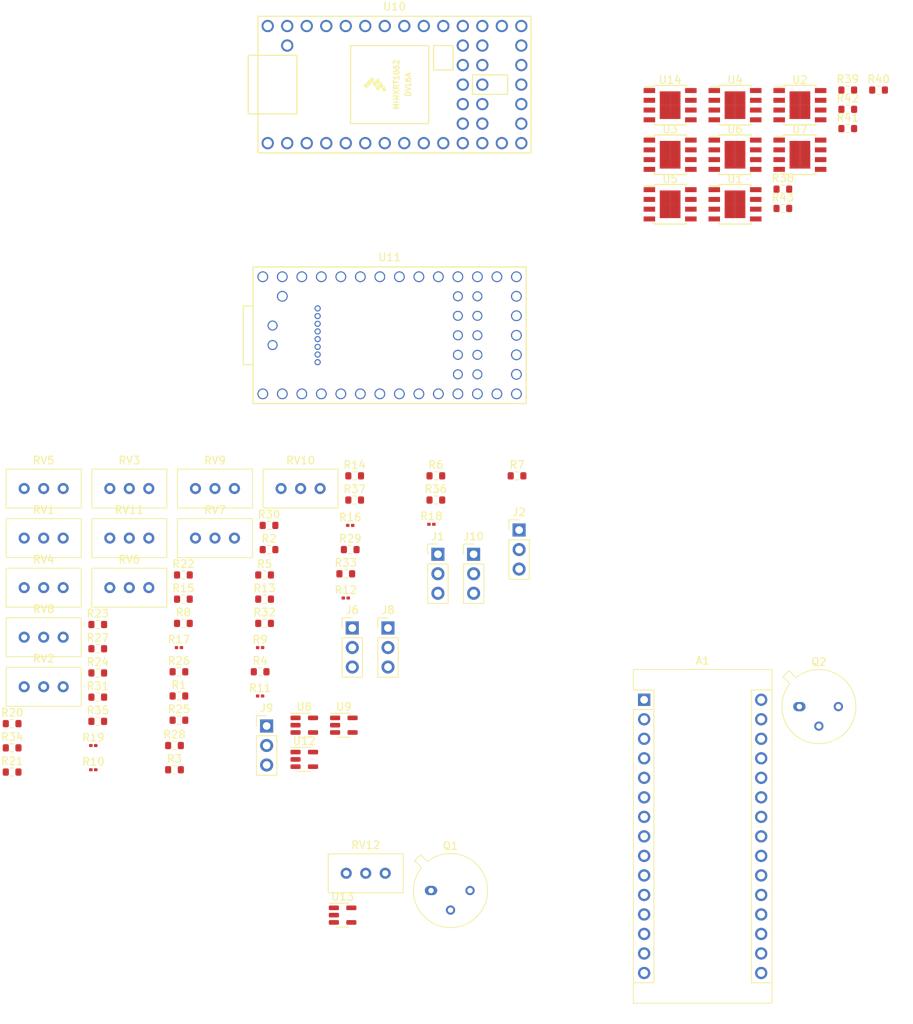
<source format=kicad_pcb>
(kicad_pcb (version 20211014) (generator pcbnew)
  (layers (0 "F.Cu" signal) (31 "B.Cu" signal) (34 "B.Paste" user) (35 "F.Paste" user) (36 "B.SilkS" user "B.Silkscreen") (37 "F.SilkS" user "F.Silkscreen") (38 "B.Mask" user) (39 "F.Mask" user) (44 "Edge.Cuts" user))
  (net 0 "")
  (net 1 "Net-(J1-Pad1)")
  (net 2 "GND")
  (net 3 "Net-(J1-Pad3)")
  (net 4 "Net-(J2-Pad1)")
  (net 5 "Net-(J2-Pad3)")
  (net 6 "Net-(J6-Pad1)")
  (net 7 "Net-(J6-Pad3)")
  (net 8 "Net-(FB3-Pad2)")
  (net 9 "Net-(FB2-Pad1)")
  (net 10 "Net-(FB1-Pad2)")
  (net 11 "Net-(U5-Pad7)")
  (net 12 "Net-(U1-Pad7)")
  (net 13 "Net-(U5-Pad1)")
  (net 14 "Net-(U4-Pad7)")
  (net 15 "Net-(R1-Pad1)")
  (net 16 "Net-(R1-Pad2)")
  (net 17 "Net-(R2-Pad1)")
  (net 18 "Net-(R2-Pad2)")
  (net 19 "Net-(R3-Pad1)")
  (net 20 "Net-(R3-Pad2)")
  (net 21 "Net-(R4-Pad1)")
  (net 22 "Net-(R4-Pad2)")
  (net 23 "Net-(R5-Pad2)")
  (net 24 "Net-(R11-Pad1)")
  (net 25 "Net-(R10-Pad1)")
  (net 26 "Net-(R10-Pad2)")
  (net 27 "Net-(R11-Pad2)")
  (net 28 "Net-(R12-Pad1)")
  (net 29 "Net-(R13-Pad1)")
  (net 30 "Net-(R14-Pad1)")
  (net 31 "+3V3")
  (net 32 "Net-(U1-Pad3)")
  (net 33 "Net-(R17-Pad2)")
  (net 34 "Net-(U4-Pad3)")
  (net 35 "Net-(R19-Pad1)")
  (net 36 "Net-(U4-Pad2)")
  (net 37 "Net-(U1-Pad2)")
  (net 38 "Net-(U1-Pad5)")
  (net 39 "Net-(U1-Pad1)")
  (net 40 "Net-(U1-Pad6)")
  (net 41 "Net-(U5-Pad5)")
  (net 42 "Net-(U5-Pad6)")
  (net 43 "Net-(U4-Pad5)")
  (net 44 "Net-(U4-Pad1)")
  (net 45 "Net-(U4-Pad6)")
  (net 46 "Net-(U5-Pad3)")
  (net 47 "Net-(U5-Pad2)")
  (net 48 "+15V")
  (net 49 "-15V")
  (net 50 "+5V")
  (net 51 "Net-(RV3-Pad2)")
  (net 52 "Net-(RV4-Pad2)")
  (net 53 "Net-(J5-Pad4)")
  (net 54 "Net-(J5-Pad2)")
  (net 55 "Net-(RV7-Pad2)")
  (net 56 "Net-(J3-Pad15)")
  (net 57 "Net-(J4-Pad4)")
  (net 58 "Net-(J3-Pad7)")
  (net 59 "Net-(J7-Pad2)")
  (net 60 "Net-(U10-Pad2)")
  (net 61 "Net-(U10-Pad3)")
  (net 62 "Net-(J3-Pad32)")
  (net 63 "Net-(J3-Pad33)")
  (net 64 "Net-(U10-Pad9)")
  (net 65 "Net-(U10-Pad10)")
  (net 66 "Net-(U10-Pad11)")
  (net 67 "Net-(J3-Pad24)")
  (net 68 "Net-(J3-Pad21)")
  (net 69 "Net-(U10-Pad15)")
  (net 70 "Net-(U10-Pad16)")
  (net 71 "Net-(J3-Pad29)")
  (net 72 "Net-(U10-Pad19)")
  (net 73 "Net-(J3-Pad23)")
  (net 74 "Net-(U10-Pad21)")
  (net 75 "Net-(U10-Pad22)")
  (net 76 "Net-(U10-Pad23)")
  (net 77 "Net-(U10-Pad24)")
  (net 78 "Net-(U10-Pad25)")
  (net 79 "Net-(U10-Pad26)")
  (net 80 "Net-(U10-Pad27)")
  (net 81 "Net-(U10-Pad28)")
  (net 82 "Net-(U10-Pad29)")
  (net 83 "Net-(U10-Pad30)")
  (net 84 "Net-(U10-Pad31)")
  (net 85 "Net-(U10-Pad34)")
  (net 86 "Net-(U10-Pad35)")
  (net 87 "Net-(U10-Pad36)")
  (net 88 "Net-(U10-Pad37)")
  (net 89 "Net-(U10-Pad38)")
  (net 90 "Net-(U10-Pad39)")
  (net 91 "Net-(U10-Pad40)")
  (net 92 "Net-(U10-Pad41)")
  (net 93 "Net-(U10-Pad42)")
  (net 94 "Net-(U10-Pad43)")
  (net 95 "Net-(U10-Pad44)")
  (net 96 "Net-(U10-Pad45)")
  (net 97 "Net-(U10-Pad46)")
  (net 98 "Net-(U10-Pad48)")
  (net 99 "Net-(U10-Pad49)")
  (net 100 "Net-(U10-Pad50)")
  (net 101 "Net-(U10-Pad51)")
  (net 102 "Net-(U10-Pad52)")
  (net 103 "Net-(U10-Pad53)")
  (net 104 "Net-(U10-Pad54)")
  (net 105 "Net-(Q1-Pad2)")
  (net 106 "Net-(U10-Pad18)")
  (net 107 "LED_trigger")
  (net 108 "Net-(RV12-Pad2)")
  (net 109 "PWM_DAC")
  (net 110 "Net-(J3-Pad19)")
  (net 111 "Net-(R38-Pad1)")
  (net 112 "Net-(C5-Pad2)")
  (net 113 "Net-(R40-Pad2)")
  (net 114 "Net-(C6-Pad1)")
  (net 115 "Net-(C7-Pad1)")
  (net 116 "Net-(J12-Pad2)")
  (net 123 "Net-(A1-Pad5)")
  (net 125 "Net-(A1-Pad7)")
  (net 147 "Net-(Q2-Pad2)")
  (footprint "Resistor_SMD:R_0603_1608Metric" (layer "F.Cu") (at 76.51 130.67)
    (fp_text reference "R5" (at 0 -1.43) (layer "F.SilkS"))
    (fp_text value "1k")
    (pad "1" smd roundrect (at -0.825 0) (size 0.8 0.95) (layers "F.Cu" "F.Paste" "F.Mask") (net 16 "Net-(R1-Pad2)"))
    (pad "2" smd roundrect (at 0.825 0) (size 0.8 0.95) (layers "F.Cu" "F.Paste" "F.Mask") (net 23 "Net-(R5-Pad2)"))
  )
  (footprint "Resistor_SMD:R_0603_1608Metric" (layer "F.Cu") (at 43.64 153.17)
    (fp_text reference "R34" (at 0 -1.43) (layer "F.SilkS"))
    (fp_text value "1k")
    (pad "1" smd roundrect (at -0.825 0) (size 0.8 0.95) (layers "F.Cu" "F.Paste" "F.Mask") (net 40 "Net-(U1-Pad6)"))
    (pad "2" smd roundrect (at 0.825 0) (size 0.8 0.95) (layers "F.Cu" "F.Paste" "F.Mask") (net 12 "Net-(U1-Pad7)"))
  )
  (footprint "Resistor_SMD:R_0603_1608Metric" (layer "F.Cu") (at 88.24 117.77)
    (fp_text reference "R14" (at 0 -1.43) (layer "F.SilkS"))
    (fp_text value "1k")
    (pad "1" smd roundrect (at -0.825 0) (size 0.8 0.95) (layers "F.Cu" "F.Paste" "F.Mask") (net 30 "Net-(R14-Pad1)"))
    (pad "2" smd roundrect (at 0.825 0) (size 0.8 0.95) (layers "F.Cu" "F.Paste" "F.Mask") (net 2 "GND"))
  )
  (footprint "Resistor_SMD:R_0603_1608Metric" (layer "F.Cu") (at 64.78 152.87)
    (fp_text reference "R28" (at 0 -1.43) (layer "F.SilkS"))
    (fp_text value "1k")
    (pad "1" smd roundrect (at -0.825 0) (size 0.8 0.95) (layers "F.Cu" "F.Paste" "F.Mask") (net 2 "GND"))
    (pad "2" smd roundrect (at 0.825 0) (size 0.8 0.95) (layers "F.Cu" "F.Paste" "F.Mask") (net 43 "Net-(U4-Pad5)"))
  )
  (footprint "Package_SO:Diodes_PSOP-8" (layer "F.Cu") (at 129.31 69.53)
    (fp_text reference "U14" (at 0 -3.3) (layer "F.SilkS"))
    (fp_text value "LM393")
    (pad "1" smd rect (at -2.7 -1.905) (size 1.5 0.65) (layers "F.Cu" "F.Paste" "F.Mask") (net 115 "Net-(C7-Pad1)"))
    (pad "2" smd rect (at -2.7 -0.635) (size 1.5 0.65) (layers "F.Cu" "F.Paste" "F.Mask") (net 115 "Net-(C7-Pad1)"))
    (pad "3" smd rect (at -2.7 0.635) (size 1.5 0.65) (layers "F.Cu" "F.Paste" "F.Mask") (net 114 "Net-(C6-Pad1)"))
    (pad "4" smd rect (at -2.7 1.905) (size 1.5 0.65) (layers "F.Cu" "F.Paste" "F.Mask") (net 49 "-15V"))
    (pad "5" smd rect (at 2.7 1.905) (size 1.5 0.65) (layers "F.Cu" "F.Paste" "F.Mask"))
    (pad "6" smd rect (at 2.7 0.635) (size 1.5 0.65) (layers "F.Cu" "F.Paste" "F.Mask"))
    (pad "7" smd rect (at 2.7 -0.635) (size 1.5 0.65) (layers "F.Cu" "F.Paste" "F.Mask"))
    (pad "8" smd rect (at 2.7 -1.905) (size 1.5 0.65) (layers "F.Cu" "F.Paste" "F.Mask") (net 48 "+15V"))
    (pad "9" smd rect (at -0.675 0.9) (size 1.35 1.8) (layers "F.Cu" "F.Paste" "F.Mask"))
    (pad "9" smd rect (at 0.675 0.9) (size 1.35 1.8) (layers "F.Cu" "F.Paste" "F.Mask"))
    (pad "9" smd rect (at 0.675 -0.9) (size 1.35 1.8) (layers "F.Cu" "F.Paste" "F.Mask"))
    (pad "9" smd rect (at -0.675 -0.9) (size 1.35 1.8) (layers "F.Cu" "F.Paste" "F.Mask"))
  )
  (footprint "Package_SO:Diodes_PSOP-8" (layer "F.Cu") (at 137.76 75.98)
    (fp_text reference "U6" (at 0 -3.3) (layer "F.SilkS"))
    (fp_text value "LM393")
    (pad "1" smd rect (at -2.7 -1.905) (size 1.5 0.65) (layers "F.Cu" "F.Paste" "F.Mask") (net 23 "Net-(R5-Pad2)"))
    (pad "2" smd rect (at -2.7 -0.635) (size 1.5 0.65) (layers "F.Cu" "F.Paste" "F.Mask") (net 18 "Net-(R2-Pad2)"))
    (pad "3" smd rect (at -2.7 0.635) (size 1.5 0.65) (layers "F.Cu" "F.Paste" "F.Mask") (net 16 "Net-(R1-Pad2)"))
    (pad "4" smd rect (at -2.7 1.905) (size 1.5 0.65) (layers "F.Cu" "F.Paste" "F.Mask") (net 49 "-15V"))
    (pad "5" smd rect (at 2.7 1.905) (size 1.5 0.65) (layers "F.Cu" "F.Paste" "F.Mask") (net 20 "Net-(R3-Pad2)"))
    (pad "6" smd rect (at 2.7 0.635) (size 1.5 0.65) (layers "F.Cu" "F.Paste" "F.Mask") (net 22 "Net-(R4-Pad2)"))
    (pad "7" smd rect (at 2.7 -0.635) (size 1.5 0.65) (layers "F.Cu" "F.Paste" "F.Mask") (net 24 "Net-(R11-Pad1)"))
    (pad "8" smd rect (at 2.7 -1.905) (size 1.5 0.65) (layers "F.Cu" "F.Paste" "F.Mask") (net 48 "+15V"))
    (pad "9" smd rect (at 0.675 -0.9) (size 1.35 1.8) (layers "F.Cu" "F.Paste" "F.Mask"))
    (pad "9" smd rect (at -0.675 0.9) (size 1.35 1.8) (layers "F.Cu" "F.Paste" "F.Mask"))
    (pad "9" smd rect (at -0.675 -0.9) (size 1.35 1.8) (layers "F.Cu" "F.Paste" "F.Mask"))
    (pad "9" smd rect (at 0.675 0.9) (size 1.35 1.8) (layers "F.Cu" "F.Paste" "F.Mask"))
  )
  (footprint "Resistor_SMD:R_0603_1608Metric" (layer "F.Cu") (at 54.79 149.72)
    (fp_text reference "R35" (at 0 -1.43) (layer "F.SilkS"))
    (fp_text value "1k")
    (pad "1" smd roundrect (at -0.825 0) (size 0.8 0.95) (layers "F.Cu" "F.Paste" "F.Mask") (net 42 "Net-(U5-Pad6)"))
    (pad "2" smd roundrect (at 0.825 0) (size 0.8 0.95) (layers "F.Cu" "F.Paste" "F.Mask") (net 11 "Net-(U5-Pad7)"))
  )
  (footprint "Resistor_SMD:R_0201_0603Metric" (layer "F.Cu") (at 87.66 124.22)
    (fp_text reference "R16" (at 0 -1.05) (layer "F.SilkS"))
    (fp_text value "12k")
    (pad "1" smd roundrect (at -0.32 0) (size 0.46 0.4) (layers "F.Cu" "F.Mask") (net 6 "Net-(J6-Pad1)"))
    (pad "2" smd roundrect (at 0.32 0) (size 0.46 0.4) (layers "F.Cu" "F.Mask") (net 32 "Net-(U1-Pad3)"))
  )
  (footprint "Potentiometer_THT:Potentiometer_Bourns_3296W_Vertical" (layer "F.Cu") (at 50.29 138.77)
    (fp_text reference "RV8" (at -2.54 -3.66) (layer "F.SilkS"))
    (fp_text value "50k")
    (pad "1" thru_hole circle (at 0 0) (size 1.44 1.44) (drill 0.8) (layers *.Cu *.Mask) (net 48 "+15V"))
    (pad "2" thru_hole circle (at -2.54 0) (size 1.44 1.44) (drill 0.8) (layers *.Cu *.Mask) (net 33 "Net-(R17-Pad2)"))
    (pad "3" thru_hole circle (at -5.08 0) (size 1.44 1.44) (drill 0.8) (layers *.Cu *.Mask) (net 49 "-15V"))
  )
  (footprint "Package_TO_SOT_SMD:SOT-23-5" (layer "F.Cu") (at 86.83 150.22)
    (fp_text reference "U9" (at 0 -2.4) (layer "F.SilkS"))
    (fp_text value "TLV3201")
    (pad "1" smd roundrect (at -1.1375 -0.95) (size 1.325 0.6) (layers "F.Cu" "F.Paste" "F.Mask") (net 52 "Net-(RV4-Pad2)"))
    (pad "2" smd roundrect (at -1.1375 0) (size 1.325 0.6) (layers "F.Cu" "F.Paste" "F.Mask") (net 2 "GND"))
    (pad "3" smd roundrect (at -1.1375 0.95) (size 1.325 0.6) (layers "F.Cu" "F.Paste" "F.Mask") (net 107 "LED_trigger"))
    (pad "4" smd roundrect (at 1.1375 0.95) (size 1.325 0.6) (layers "F.Cu" "F.Paste" "F.Mask") (net 58 "Net-(J3-Pad7)"))
    (pad "5" smd roundrect (at 1.1375 -0.95) (size 1.325 0.6) (layers "F.Cu" "F.Paste" "F.Mask") (net 31 "+3V3"))
  )
  (footprint "Potentiometer_THT:Potentiometer_Bourns_3296W_Vertical" (layer "F.Cu") (at 92.22 169.49)
    (fp_text reference "RV12" (at -2.54 -3.66) (layer "F.SilkS"))
    (fp_text value "50k")
    (pad "1" thru_hole circle (at 0 0) (size 1.44 1.44) (drill 0.8) (layers *.Cu *.Mask) (net 50 "+5V"))
    (pad "2" thru_hole circle (at -2.54 0) (size 1.44 1.44) (drill 0.8) (layers *.Cu *.Mask) (net 108 "Net-(RV12-Pad2)"))
    (pad "3" thru_hole circle (at -5.08 0) (size 1.44 1.44) (drill 0.8) (layers *.Cu *.Mask) (net 2 "GND"))
  )
  (footprint "Resistor_SMD:R_0201_0603Metric" (layer "F.Cu") (at 75.93 146.42)
    (fp_text reference "R11" (at 0 -1.05) (layer "F.SilkS"))
    (fp_text value "12k")
    (pad "1" smd roundrect (at -0.32 0) (size 0.46 0.4) (layers "F.Cu" "F.Mask") (net 24 "Net-(R11-Pad1)"))
    (pad "2" smd roundrect (at 0.32 0) (size 0.46 0.4) (layers "F.Cu" "F.Mask") (net 27 "Net-(R11-Pad2)"))
  )
  (footprint "Connector_PinHeader_2.54mm:PinHeader_1x03_P2.54mm_Vertical" (layer "F.Cu") (at 92.58 137.57)
    (fp_text reference "J8" (at 0 -2.33) (layer "F.SilkS"))
    (fp_text value "Conn_01x03_Male_Power")
    (pad "1" thru_hole rect (at 0 0) (size 1.7 1.7) (drill 1) (layers *.Cu *.Mask) (net 8 "Net-(FB3-Pad2)"))
    (pad "2" thru_hole oval (at 0 2.54) (size 1.7 1.7) (drill 1) (layers *.Cu *.Mask) (net 9 "Net-(FB2-Pad1)"))
    (pad "3" thru_hole oval (at 0 5.08) (size 1.7 1.7) (drill 1) (layers *.Cu *.Mask) (net 10 "Net-(FB1-Pad2)"))
  )
  (footprint "Potentiometer_THT:Potentiometer_Bourns_3296W_Vertical" (layer "F.Cu") (at 50.29 125.87)
    (fp_text reference "RV1" (at -2.54 -3.66) (layer "F.SilkS"))
    (fp_text value "50k")
    (pad "1" thru_hole circle (at 0 0) (size 1.44 1.44) (drill 0.8) (layers *.Cu *.Mask) (net 48 "+15V"))
    (pad "2" thru_hole circle (at -2.54 0) (size 1.44 1.44) (drill 0.8) (layers *.Cu *.Mask) (net 26 "Net-(R10-Pad2)"))
    (pad "3" thru_hole circle (at -5.08 0) (size 1.44 1.44) (drill 0.8) (layers *.Cu *.Mask) (net 49 "-15V"))
  )
  (footprint "Potentiometer_THT:Potentiometer_Bourns_3296W_Vertical" (layer "F.Cu") (at 83.74 119.42)
    (fp_text reference "RV10" (at -2.54 -3.66) (layer "F.SilkS"))
    (fp_text value "50k")
    (pad "1" thru_hole circle (at 0 0) (size 1.44 1.44) (drill 0.8) (layers *.Cu *.Mask) (net 37 "Net-(U1-Pad2)"))
    (pad "2" thru_hole circle (at -2.54 0) (size 1.44 1.44) (drill 0.8) (layers *.Cu *.Mask) (net 39 "Net-(U1-Pad1)"))
    (pad "3" thru_hole circle (at -5.08 0) (size 1.44 1.44) (drill 0.8) (layers *.Cu *.Mask) (net 39 "Net-(U1-Pad1)"))
  )
  (footprint "Resistor_SMD:R_0603_1608Metric" (layer "F.Cu") (at 76.51 136.97)
    (fp_text reference "R32" (at 0 -1.43) (layer "F.SilkS"))
    (fp_text value "1k")
    (pad "1" smd roundrect (at -0.825 0) (size 0.8 0.95) (layers "F.Cu" "F.Paste" "F.Mask") (net 2 "GND"))
    (pad "2" smd roundrect (at 0.825 0) (size 0.8 0.95) (layers "F.Cu" "F.Paste" "F.Mask") (net 46 "Net-(U5-Pad3)"))
  )
  (footprint "Potentiometer_THT:Potentiometer_Bourns_3296W_Vertical" (layer "F.Cu") (at 61.44 125.87)
    (fp_text reference "RV11" (at -2.54 -3.66) (layer "F.SilkS"))
    (fp_text value "50k")
    (pad "1" thru_hole circle (at 0 0) (size 1.44 1.44) (drill 0.8) (layers *.Cu *.Mask) (net 36 "Net-(U4-Pad2)"))
    (pad "2" thru_hole circle (at -2.54 0) (size 1.44 1.44) (drill 0.8) (layers *.Cu *.Mask) (net 44 "Net-(U4-Pad1)"))
    (pad "3" thru_hole circle (at -5.08 0) (size 1.44 1.44) (drill 0.8) (layers *.Cu *.Mask) (net 44 "Net-(U4-Pad1)"))
  )
  (footprint "Resistor_SMD:R_0603_1608Metric" (layer "F.Cu") (at 152.44 67.56)
    (fp_text reference "R39" (at 0 -1.43) (layer "F.SilkS"))
    (fp_text value "R_Small_US")
    (pad "1" smd roundrect (at -0.825 0) (size 0.8 0.95) (layers "F.Cu" "F.Paste" "F.Mask") (net 109 "PWM_DAC"))
    (pad "2" smd roundrect (at 0.825 0) (size 0.8 0.95) (layers "F.Cu" "F.Paste" "F.Mask") (net 112 "Net-(C5-Pad2)"))
  )
  (footprint "Package_SO:Diodes_PSOP-8" (layer "F.Cu") (at 129.31 75.98)
    (fp_text reference "U3" (at 0 -3.3) (layer "F.SilkS"))
    (fp_text value "LM393")
    (pad "1" smd rect (at -2.7 -1.905) (size 1.5 0.65) (layers "F.Cu" "F.Paste" "F.Mask") (net 19 "Net-(R3-Pad1)"))
    (pad "2" smd rect (at -2.7 -0.635) (size 1.5 0.65) (layers "F.Cu" "F.Paste" "F.Mask") (net 19 "Net-(R3-Pad1)"))
    (pad "3" smd rect (at -2.7 0.635) (size 1.5 0.65) (layers "F.Cu" "F.Paste" "F.Mask") (net 1 "Net-(J1-Pad1)"))
    (pad "4" smd rect (at -2.7 1.905) (size 1.5 0.65) (layers "F.Cu" "F.Paste" "F.Mask") (net 49 "-15V"))
    (pad "5" smd rect (at 2.7 1.905) (size 1.5 0.65) (layers "F.Cu" "F.Paste" "F.Mask") (net 3 "Net-(J1-Pad3)"))
    (pad "6" smd rect (at 2.7 0.635) (size 1.5 0.65) (layers "F.Cu" "F.Paste" "F.Mask") (net 21 "Net-(R4-Pad1)"))
    (pad "7" smd rect (at 2.7 -0.635) (size 1.5 0.65) (layers "F.Cu" "F.Paste" "F.Mask") (net 21 "Net-(R4-Pad1)"))
    (pad "8" smd rect (at 2.7 -1.905) (size 1.5 0.65) (layers "F.Cu" "F.Paste" "F.Mask") (net 48 "+15V"))
    (pad "9" smd rect (at -0.675 0.9) (size 1.35 1.8) (layers "F.Cu" "F.Paste" "F.Mask"))
    (pad "9" smd rect (at 0.675 -0.9) (size 1.35 1.8) (layers "F.Cu" "F.Paste" "F.Mask"))
    (pad "9" smd rect (at -0.675 -0.9) (size 1.35 1.8) (layers "F.Cu" "F.Paste" "F.Mask"))
    (pad "9" smd rect (at 0.675 0.9) (size 1.35 1.8) (layers "F.Cu" "F.Paste" "F.Mask"))
  )
  (footprint "Package_SO:Diodes_PSOP-8" (layer "F.Cu") (at 146.21 75.98)
    (fp_text reference "U7" (at 0 -3.3) (layer "F.SilkS"))
    (fp_text value "LM393")
    (pad "1" smd rect (at -2.7 -1.905) (size 1.5 0.65) (layers "F.Cu" "F.Paste" "F.Mask") (net 53 "Net-(J5-Pad4)"))
    (pad "2" smd rect (at -2.7 -0.635) (size 1.5 0.65) (layers "F.Cu" "F.Paste" "F.Mask") (net 30 "Net-(R14-Pad1)"))
    (pad "3" smd rect (at -2.7 0.635) (size 1.5 0.65) (layers "F.Cu" "F.Paste" "F.Mask") (net 25 "Net-(R10-Pad1)"))
    (pad "4" smd rect (at -2.7 1.905) (size 1.5 0.65) (layers "F.Cu" "F.Paste" "F.Mask") (net 49 "-15V"))
    (pad "5" smd rect (at 2.7 1.905) (size 1.5 0.65) (layers "F.Cu" "F.Paste" "F.Mask") (net 27 "Net-(R11-Pad2)"))
    (pad "6" smd rect (at 2.7 0.635) (size 1.5 0.65) (layers "F.Cu" "F.Paste" "F.Mask") (net 29 "Net-(R13-Pad1)"))
    (pad "7" smd rect (at 2.7 -0.635) (size 1.5 0.65) (layers "F.Cu" "F.Paste" "F.Mask") (net 54 "Net-(J5-Pad2)"))
    (pad "8" smd rect (at 2.7 -1.905) (size 1.5 0.65) (layers "F.Cu" "F.Paste" "F.Mask") (net 48 "+15V"))
    (pad "9" smd rect (at 0.675 0.9) (size 1.35 1.8) (layers "F.Cu" "F.Paste" "F.Mask"))
    (pad "9" smd rect (at 0.675 -0.9) (size 1.35 1.8) (layers "F.Cu" "F.Paste" "F.Mask"))
    (pad "9" smd rect (at -0.675 -0.9) (size 1.35 1.8) (layers "F.Cu" "F.Paste" "F.Mask"))
    (pad "9" smd rect (at -0.675 0.9) (size 1.35 1.8) (layers "F.Cu" "F.Paste" "F.Mask"))
  )
  (footprint "Resistor_SMD:R_0201_0603Metric" (layer "F.Cu") (at 98.23 124.07)
    (fp_text reference "R18" (at 0 -1.05) (layer "F.SilkS"))
    (fp_text value "12k")
    (pad "1" smd roundrect (at -0.32 0) (size 0.46 0.4) (layers "F.Cu" "F.Mask") (net 7 "Net-(J6-Pad3)"))
    (pad "2" smd roundrect (at 0.32 0) (size 0.46 0.4) (layers "F.Cu" "F.Mask") (net 34 "Net-(U4-Pad3)"))
  )
  (footprint "Package_SO:Diodes_PSOP-8" (layer "F.Cu") (at 137.76 82.43)
    (fp_text reference "U1" (at 0 -3.3) (layer "F.SilkS"))
    (fp_text value "LM393")
    (pad "1" smd rect (at -2.7 -1.905) (size 1.5 0.65) (layers "F.Cu" "F.Paste" "F.Mask") (net 39 "Net-(U1-Pad1)"))
    (pad "2" smd rect (at -2.7 -0.635) (size 1.5 0.65) (layers "F.Cu" "F.Paste" "F.Mask") (net 37 "Net-(U1-Pad2)"))
    (pad "3" smd rect (at -2.7 0.635) (size 1.5 0.65) (layers "F.Cu" "F.Paste" "F.Mask") (net 32 "Net-(U1-Pad3)"))
    (pad "4" smd rect (at -2.7 1.905) (size 1.5 0.65) (layers "F.Cu" "F.Paste" "F.Mask") (net 49 "-15V"))
    (pad "5" smd rect (at 2.7 1.905) (size 1.5 0.65) (layers "F.Cu" "F.Paste" "F.Mask") (net 38 "Net-(U1-Pad5)"))
    (pad "6" smd rect (at 2.7 0.635) (size 1.5 0.65) (layers "F.Cu" "F.Paste" "F.Mask") (net 40 "Net-(U1-Pad6)"))
    (pad "7" smd rect (at 2.7 -0.635) (size 1.5 0.65) (layers "F.Cu" "F.Paste" "F.Mask") (net 12 "Net-(U1-Pad7)"))
    (pad "8" smd rect (at 2.7 -1.905) (size 1.5 0.65) (layers "F.Cu" "F.Paste" "F.Mask") (net 48 "+15V"))
    (pad "9" smd rect (at 0.675 0.9) (size 1.35 1.8) (layers "F.Cu" "F.Paste" "F.Mask"))
    (pad "9" smd rect (at -0.675 -0.9) (size 1.35 1.8) (layers "F.Cu" "F.Paste" "F.Mask"))
    (pad "9" smd rect (at 0.675 -0.9) (size 1.35 1.8) (layers "F.Cu" "F.Paste" "F.Mask"))
    (pad "9" smd rect (at -0.675 0.9) (size 1.35 1.8) (layers "F.Cu" "F.Paste" "F.Mask"))
  )
  (footprint "Resistor_SMD:R_0603_1608Metric" (layer "F.Cu") (at 65.94 130.67)
    (fp_text reference "R22" (at 0 -1.43) (layer "F.SilkS"))
    (fp_text value "1k")
    (pad "1" smd roundrect (at -0.825 0) (size 0.8 0.95) (layers "F.Cu" "F.Paste" "F.Mask") (net 2 "GND"))
    (pad "2" smd roundrect (at 0.825 0) (size 0.8 0.95) (layers "F.Cu" "F.Paste" "F.Mask") (net 38 "Net-(U1-Pad5)"))
  )
  (footprint "Resistor_SMD:R_0603_1608Metric" (layer "F.Cu") (at 88.24 120.92)
    (fp_text reference "R37" (at 0 -1.43) (layer "F.SilkS"))
    (fp_text value "1k")
    (pad "1" smd roundrect (at -0.825 0) (size 0.8 0.95) (layers "F.Cu" "F.Paste" "F.Mask") (net 47 "Net-(U5-Pad2)"))
    (pad "2" smd roundrect (at 0.825 0) (size 0.8 0.95) (layers "F.Cu" "F.Paste" "F.Mask") (net 13 "Net-(U5-Pad1)"))
  )
  (footprint "Potentiometer_THT:Potentiometer_Bourns_3296W_Vertical" (layer "F.Cu") (at 72.59 119.42)
    (fp_text reference "RV9" (at -2.54 -3.66) (layer "F.SilkS"))
    (fp_text value "50k")
    (pad "1" thru_hole circle (at 0 0) (size 1.44 1.44) (drill 0.8) (layers *.Cu *.Mask) (net 48 "+15V"))
    (pad "2" thru_hole circle (at -2.54 0) (size 1.44 1.44) (drill 0.8) (layers *.Cu *.Mask) (net 35 "Net-(R19-Pad1)"))
    (pad "3" thru_hole circle (at -5.08 0) (size 1.44 1.44) (drill 0.8) (layers *.Cu *.Mask) (net 49 "-15V"))
  )
  (footprint "Potentiometer_THT:Potentiometer_Bourns_3296W_Vertical" (layer "F.Cu") (at 72.59 125.87)
    (fp_text reference "RV7" (at -2.54 -3.66) (layer "F.SilkS"))
    (fp_text value "50k")
    (pad "1" thru_hole circle (at 0 0) (size 1.44 1.44) (drill 0.8) (layers *.Cu *.Mask) (net 50 "+5V"))
    (pad "2" thru_hole circle (at -2.54 0) (size 1.44 1.44) (drill 0.8) (layers *.Cu *.Mask) (net 55 "Net-(RV7-Pad2)"))
    (pad "3" thru_hole circle (at -5.08 0) (size 1.44 1.44) (drill 0.8) (layers *.Cu *.Mask) (net 2 "GND"))
  )
  (footprint "Potentiometer_THT:Potentiometer_Bourns_3296W_Vertical" (layer "F.Cu") (at 50.29 132.32)
    (fp_text reference "RV4" (at -2.54 -3.66) (layer "F.SilkS"))
    (fp_text value "50k")
    (pad "1" thru_hole circle (at 0 0) (size 1.44 1.44) (drill 0.8) (layers *.Cu *.Mask) (net 31 "+3V3"))
    (pad "2" thru_hole circle (at -2.54 0) (size 1.44 1.44) (drill 0.8) (layers *.Cu *.Mask) (net 52 "Net-(RV4-Pad2)"))
    (pad "3" thru_hole circle (at -5.08 0) (size 1.44 1.44) (drill 0.8) (layers *.Cu *.Mask) (net 2 "GND"))
  )
  (footprint "Resistor_SMD:R_0603_1608Metric" (layer "F.Cu") (at 77.09 124.22)
    (fp_text reference "R30" (at 0 -1.43) (layer "F.SilkS"))
    (fp_text value "1k")
    (pad "1" smd roundrect (at -0.825 0) (size 0.8 0.95) (layers "F.Cu" "F.Paste" "F.Mask") (net 44 "Net-(U4-Pad1)"))
    (pad "2" smd roundrect (at 0.825 0) (size 0.8 0.95) (layers "F.Cu" "F.Paste" "F.Mask") (net 45 "Net-(U4-Pad6)"))
  )
  (footprint "Resistor_SMD:R_0603_1608Metric" (layer "F.Cu") (at 76.51 133.82)
    (fp_text reference "R13" (at 0 -1.43) (layer "F.SilkS"))
    (fp_text value "1k")
    (pad "1" smd roundrect (at -0.825 0) (size 0.8 0.95) (layers "F.Cu" "F.Paste" "F.Mask") (net 29 "Net-(R13-Pad1)"))
    (pad "2" smd roundrect (at 0.825 0) (size 0.8 0.95) (layers "F.Cu" "F.Paste" "F.Mask") (net 2 "GND"))
  )
  (footprint "Package_TO_SOT_SMD:SOT-23-5" (layer "F.Cu") (at 81.68 150.22)
    (fp_text reference "U8" (at 0 -2.4) (layer "F.SilkS"))
    (fp_text value "TLV3201")
    (pad "1" smd roundrect (at -1.1375 -0.95) (size 1.325 0.6) (layers "F.Cu" "F.Paste" "F.Mask") (net 51 "Net-(RV3-Pad2)"))
    (pad "2" smd roundrect (at -1.1375 0) (size 1.325 0.6) (layers "F.Cu" "F.Paste" "F.Mask") (net 2 "GND"))
    (pad "3" smd roundrect (at -1.1375 0.95) (size 1.325 0.6) (layers "F.Cu" "F.Paste" "F.Mask") (net 56 "Net-(J3-Pad15)"))
    (pad "4" smd roundrect (at 1.1375 0.95) (size 1.325 0.6) (layers "F.Cu" "F.Paste" "F.Mask") (net 57 "Net-(J4-Pad4)"))
    (pad "5" smd roundrect (at 1.1375 -0.95) (size 1.325 0.6) (layers "F.Cu" "F.Paste" "F.Mask") (net 50 "+5V"))
  )
  (footprint "Potentiometer_THT:Potentiometer_Bourns_3296W_Vertical" (layer "F.Cu") (at 61.44 119.42)
    (fp_text reference "RV3" (at -2.54 -3.66) (layer "F.SilkS"))
    (fp_text value "50k")
    (pad "1" thru_hole circle (at 0 0) (size 1.44 1.44) (drill 0.8) (layers *.Cu *.Mask) (net 50 "+5V"))
    (pad "2" thru_hole circle (at -2.54 0) (size 1.44 1.44) (drill 0.8) (layers *.Cu *.Mask) (net 51 "Net-(RV3-Pad2)"))
    (pad "3" thru_hole circle (at -5.08 0) (size 1.44 1.44) (drill 0.8) (layers *.Cu *.Mask) (net 2 "GND"))
  )
  (footprint "Resistor_SMD:R_0603_1608Metric" (layer "F.Cu") (at 98.81 120.92)
    (fp_text reference "R36" (at 0 -1.43) (layer "F.SilkS"))
    (fp_text value "1k")
    (pad "1" smd roundrect (at -0.825 0) (size 0.8 0.95) (layers "F.Cu" "F.Paste" "F.Mask") (net 45 "Net-(U4-Pad6)"))
    (pad "2" smd roundrect (at 0.825 0) (size 0.8 0.95) (layers "F.Cu" "F.Paste" "F.Mask") (net 14 "Net-(U4-Pad7)"))
  )
  (footprint "Connector_PinHeader_2.54mm:PinHeader_1x03_P2.54mm_Vertical" (layer "F.Cu") (at 87.93 137.57)
    (fp_text reference "J6" (at 0 -2.33) (layer "F.SilkS"))
    (fp_text value "Conn_ADC")
    (pad "1" thru_hole rect (at 0 0) (size 1.7 1.7) (drill 1) (layers *.Cu *.Mask) (net 6 "Net-(J6-Pad1)"))
    (pad "2" thru_hole oval (at 0 2.54) (size 1.7 1.7) (drill 1) (layers *.Cu *.Mask) (net 2 "GND"))
    (pad "3" thru_hole oval (at 0 5.08) (size 1.7 1.7) (drill 1) (layers *.Cu *.Mask) (net 7 "Net-(J6-Pad3)"))
  )
  (footprint "Resistor_SMD:R_0603_1608Metric" (layer "F.Cu") (at 65.94 136.97)
    (fp_text reference "R8" (at 0 -1.43) (layer "F.SilkS"))
    (fp_text value "1k")
    (pad "1" smd roundrect (at -0.825 0) (size 0.8 0.95) (layers "F.Cu" "F.Paste" "F.Mask") (net 22 "Net-(R4-Pad2)"))
    (pad "2" smd roundrect (at 0.825 0) (size 0.8 0.95) (layers "F.Cu" "F.Paste" "F.Mask") (net 2 "GND"))
  )
  (footprint "Package_SO:Diodes_PSOP-8" (layer "F.Cu") (at 137.76 69.53)
    (fp_text reference "U4" (at 0 -3.3) (layer "F.SilkS"))
    (fp_text value "LM393")
    (pad "1" smd rect (at -2.7 -1.905) (size 1.5 0.65) (layers "F.Cu" "F.Paste" "F.Mask") (net 44 "Net-(U4-Pad1)"))
    (pad "2" smd rect (at -2.7 -0.635) (size 1.5 0.65) (layers "F.Cu" "F.Paste" "F.Mask") (net 36 "Net-(U4-Pad2)"))
    (pad "3" smd rect (at -2.7 0.635) (size 1.5 0.65) (layers "F.Cu" "F.Paste" "F.Mask") (net 34 "Net-(U4-Pad3)"))
    (pad "4" smd rect (at -2.7 1.905) (size 1.5 0.65) (layers "F.Cu" "F.Paste" "F.Mask") (net 49 "-15V"))
    (pad "5" smd rect (at 2.7 1.905) (size 1.5 0.65) (layers "F.Cu" "F.Paste" "F.Mask") (net 43 "Net-(U4-Pad5)"))
    (pad "6" smd rect (at 2.7 0.635) (size 1.5 0.65) (layers "F.Cu" "F.Paste" "F.Mask") (net 45 "Net-(U4-Pad6)"))
    (pad "7" smd rect (at 2.7 -0.635) (size 1.5 0.65) (layers "F.Cu" "F.Paste" "F.Mask") (net 14 "Net-(U4-Pad7)"))
    (pad "8" smd rect (at 2.7 -1.905) (size 1.5 0.65) (layers "F.Cu" "F.Paste" "F.Mask") (net 48 "+15V"))
    (pad "9" smd rect (at 0.675 -0.9) (size 1.35 1.8) (layers "F.Cu" "F.Paste" "F.Mask"))
    (pad "9" smd rect (at -0.675 0.9) (size 1.35 1.8) (layers "F.Cu" "F.Paste" "F.Mask"))
    (pad "9" smd rect (at -0.675 -0.9) (size 1.35 1.8) (layers "F.Cu" "F.Paste" "F.Mask"))
    (pad "9" smd rect (at 0.675 0.9) (size 1.35 1.8) (layers "F.Cu" "F.Paste" "F.Mask"))
  )
  (footprint "Package_TO_SOT_THT:TO-39-3" (layer "F.Cu") (at 98.18 171.74)
    (fp_text reference "Q1" (at 2.54 -5.82) (layer "F.SilkS"))
    (fp_text value "2N2219")
    (pad "1" thru_hole oval (at 0 0) (size 1.6 1.2) (drill 0.7) (layers *.Cu *.Mask) (net 2 "GND"))
    (pad "2" thru_hole oval (at 2.54 2.54) (size 1.2 1.2) (drill 0.7) (layers *.Cu *.Mask) (net 105 "Net-(Q1-Pad2)"))
    (pad "3" thru_hole oval (at 5.08 0) (size 1.2 1.2) (drill 0.7) (layers *.Cu *.Mask) (net 106 "Net-(U10-Pad18)"))
  )
  (footprint "Potentiometer_THT:Potentiometer_Bourns_3296W_Vertical" (layer "F.Cu") (at 50.29 145.22)
    (fp_text reference "RV2" (at -2.54 -3.66) (layer "F.SilkS"))
    (fp_text value "50k")
    (pad "1" thru_hole circle (at 0 0) (size 1.44 1.44) (drill 0.8) (layers *.Cu *.Mask) (net 48 "+15V"))
    (pad "2" thru_hole circle (at -2.54 0) (size 1.44 1.44) (drill 0.8) (layers *.Cu *.Mask) (net 28 "Net-(R12-Pad1)"))
    (pad "3" thru_hole circle (at -5.08 0) (size 1.44 1.44) (drill 0.8) (layers *.Cu *.Mask) (net 49 "-15V"))
  )
  (footprint "Resistor_SMD:R_0603_1608Metric" (layer "F.Cu") (at 54.79 146.57)
    (fp_text reference "R31" (at 0 -1.43) (layer "F.SilkS"))
    (fp_text value "1k")
    (pad "1" smd roundrect (at -0.825 0) (size 0.8 0.95) (layers "F.Cu" "F.Paste" "F.Mask") (net 44 "Net-(U4-Pad1)"))
    (pad "2" smd roundrect (at 0.825 0) (size 0.8 0.95) (layers "F.Cu" "F.Paste" "F.Mask") (net 46 "Net-(U5-Pad3)"))
  )
  (footprint "Resistor_SMD:R_0201_0603Metric" (layer "F.Cu") (at 54.21 156.02)
    (fp_text reference "R10" (at 0 -1.05) (layer "F.SilkS"))
    (fp_text value "12k")
    (pad "1" smd roundrect (at -0.32 0) (size 0.46 0.4) (layers "F.Cu" "F.Mask") (net 25 "Net-(R10-Pad1)"))
    (pad "2" smd roundrect (at 0.32 0) (size 0.46 0.4) (layers "F.Cu" "F.Mask") (net 26 "Net-(R10-Pad2)"))
  )
  (footprint "Package_SO:Diodes_PSOP-8" (layer "F.Cu") (at 129.31 82.43)
    (fp_text reference "U5" (at 0 -3.3) (layer "F.SilkS"))
    (fp_text value "LM393")
    (pad "1" smd rect (at -2.7 -1.905) (size 1.5 0.65) (layers "F.Cu" "F.Paste" "F.Mask") (net 13 "Net-(U5-Pad1)"))
    (pad "2" smd rect (at -2.7 -0.635) (size 1.5 0.65) (layers "F.Cu" "F.Paste" "F.Mask") (net 47 "Net-(U5-Pad2)"))
    (pad "3" smd rect (at -2.7 0.635) (size 1.5 0.65) (layers "F.Cu" "F.Paste" "F.Mask") (net 46 "Net-(U5-Pad3)"))
    (pad "4" smd rect (at -2.7 1.905) (size 1.5 0.65) (layers "F.Cu" "F.Paste" "F.Mask") (net 49 "-15V"))
    (pad "5" smd rect (at 2.7 1.905) (size 1.5 0.65) (layers "F.Cu" "F.Paste" "F.Mask") (net 41 "Net-(U5-Pad5)"))
    (pad "6" smd rect (at 2.7 0.635) (size 1.5 0.65) (layers "F.Cu" "F.Paste" "F.Mask") (net 42 "Net-(U5-Pad6)"))
    (pad "7" smd rect (at 2.7 -0.635) (size 1.5 0.65) (layers "F.Cu" "F.Paste" "F.Mask") (net 11 "Net-(U5-Pad7)"))
    (pad "8" smd rect (at 2.7 -1.905) (size 1.5 0.65) (layers "F.Cu" "F.Paste" "F.Mask") (net 48 "+15V"))
    (pad "9" smd rect (at 0.675 0.9) (size 1.35 1.8) (layers "F.Cu" "F.Paste" "F.Mask"))
    (pad "9" smd rect (at -0.675 -0.9) (size 1.35 1.8) (layers "F.Cu" "F.Paste" "F.Mask"))
    (pad "9" smd rect (at 0.675 -0.9) (size 1.35 1.8) (layers "F.Cu" "F.Paste" "F.Mask"))
    (pad "9" smd rect (at -0.675 0.9) (size 1.35 1.8) (layers "F.Cu" "F.Paste" "F.Mask"))
  )
  (footprint "Potentiometer_THT:Potentiometer_Bourns_3296W_Vertical" (layer "F.Cu") (at 61.44 132.32)
    (fp_text reference "RV6" (at -2.54 -3.66) (layer "F.SilkS"))
    (fp_text value "50k")
    (pad "1" thru_hole circle (at 0 0) (size 1.44 1.44) (drill 0.8) (layers *.Cu *.Mask) (net 29 "Net-(R13-Pad1)"))
    (pad "2" thru_hole circle (at -2.54 0) (size 1.44 1.44) (drill 0.8) (layers *.Cu *.Mask) (net 54 "Net-(J5-Pad2)"))
    (pad "3" thru_hole circle (at -5.08 0) (size 1.44 1.44) (drill 0.8) (layers *.Cu *.Mask) (net 54 "Net-(J5-Pad2)"))
  )
  (footprint "Resistor_SMD:R_0201_0603Metric" (layer "F.Cu") (at 87.08 133.67)
    (fp_text reference "R12" (at 0 -1.05) (layer "F.SilkS"))
    (fp_text value "12k")
    (pad "1" smd roundrect (at -0.32 0) (size 0.46 0.4) (layers "F.Cu" "F.Mask") (net 28 "Net-(R12-Pad1)"))
    (pad "2" smd roundrect (at 0.32 0) (size 0.46 0.4) (layers "F.Cu" "F.Mask") (net 27 "Net-(R11-Pad2)"))
  )
  (footprint "Resistor_SMD:R_0603_1608Metric" (layer "F.Cu") (at 65.36 146.42)
    (fp_text reference "R1" (at 0 -1.43) (layer "F.SilkS"))
    (fp_text value "1k")
    (pad "1" smd roundrect (at -0.825 0) (size 0.8 0.95) (layers "F.Cu" "F.Paste" "F.Mask") (net 15 "Net-(R1-Pad1)"))
    (pad "2" smd roundrect (at 0.825 0) (size 0.8 0.95) (layers "F.Cu" "F.Paste" "F.Mask") (net 16 "Net-(R1-Pad2)"))
  )
  (footprint "Package_TO_SOT_THT:TO-39-3" (layer "F.Cu") (at 146.14 147.8)
    (fp_text reference "Q2" (at 2.54 -5.82) (layer "F.SilkS"))
    (fp_text value "2N2219")
    (pad "1" thru_hole oval (at 0 0) (size 1.6 1.2) (drill 0.7) (layers *.Cu *.Mask) (net 2 "GND"))
    (pad "2" thru_hole oval (at 2.54 2.54) (size 1.2 1.2) (drill 0.7) (layers *.Cu *.Mask) (net 147 "Net-(Q2-Pad2)"))
    (pad "3" thru_hole oval (at 5.08 0) (size 1.2 1.2) (drill 0.7) (layers *.Cu *.Mask) (net 123 "Net-(A1-Pad5)"))
  )
  (footprint "Resistor_SMD:R_0603_1608Metric" (layer "F.Cu") (at 65.36 149.57)
    (fp_text reference "R25" (at 0 -1.43) (layer "F.SilkS"))
    (fp_text value "1k")
    (pad "1" smd roundrect (at -0.825 0) (size 0.8 0.95) (layers "F.Cu" "F.Paste" "F.Mask") (net 39 "Net-(U1-Pad1)"))
    (pad "2" smd roundrect (at 0.825 0) (size 0.8 0.95) (layers "F.Cu" "F.Paste" "F.Mask") (net 41 "Net-(U5-Pad5)"))
  )
  (footprint "Package_TO_SOT_SMD:SOT-23-5" (layer "F.Cu") (at 81.68 154.67)
    (fp_text reference "U12" (at 0 -2.4) (layer "F.SilkS"))
    (fp_text value "TLV3201")
    (pad "1" smd roundrect (at -1.1375 -0.95) (size 1.325 0.6) (layers "F.Cu" "F.Paste" "F.Mask") (net 55 "Net-(RV7-Pad2)"))
    (pad "2" smd roundrect (at -1.1375 0) (size 1.325 0.6) (layers "F.Cu" "F.Paste" "F.Mask") (net 2 "GND"))
    (pad "3" smd roundrect (at -1.1375 0.95) (size 1.325 0.6) (layers "F.Cu" "F.Paste" "F.Mask") (net 107 "LED_trigger"))
    (pad "4" smd roundrect (at 1.1375 0.95) (size 1.325 0.6) (layers "F.Cu" "F.Paste" "F.Mask") (net 59 "Net-(J7-Pad2)"))
    (pad "5" smd roundrect (at 1.1375 -0.95) (size 1.325 0.6) (layers "F.Cu" "F.Paste" "F.Mask") (net 50 "+5V"))
  )
  (footprint "Resistor_SMD:R_0603_1608Metric" (layer "F.Cu") (at 156.45 67.56)
    (fp_text reference "R40" (at 0 -1.43) (layer "F.SilkS"))
    (fp_text value "R_Small_US")
    (pad "1" smd roundrect (at -0.825 0) (size 0.8 0.95) (layers "F.Cu" "F.Paste" "F.Mask") (net 112 "Net-(C5-Pad2)"))
    (pad "2" smd roundrect (at 0.825 0) (size 0.8 0.95) (layers "F.Cu" "F.Paste" "F.Mask") (net 113 "Net-(R40-Pad2)"))
  )
  (footprint "Resistor_SMD:R_0603_1608Metric" (layer "F.Cu") (at 65.94 133.82)
    (fp_text reference "R15" (at 0 -1.43) (layer "F.SilkS"))
    (fp_text value "5k")
    (pad "1" smd roundrect (at -0.825 0) (size 0.8 0.95) (layers "F.Cu" "F.Paste" "F.Mask") (net 31 "+3V3"))
    (pad "2" smd roundrect (at 0.825 0) (size 0.8 0.95) (layers "F.Cu" "F.Paste" "F.Mask") (net 107 "LED_trigger"))
  )
  (footprint "Resistor_SMD:R_0603_1608Metric" (layer "F.Cu") (at 87.66 127.37)
    (fp_text reference "R29" (at 0 -1.43) (layer "F.SilkS"))
    (fp_text value "1k")
    (pad "1" smd roundrect (at -0.825 0) (size 0.8 0.95) (layers "F.Cu" "F.Paste" "F.Mask") (net 2 "GND"))
    (pad "2" smd roundrect (at 0.825 0) (size 0.8 0.95) (layers "F.Cu" "F.Paste" "F.Mask") (net 43 "Net-(U4-Pad5)"))
  )
  (footprint "Resistor_SMD:R_0603_1608Metric" (layer "F.Cu") (at 75.93 143.27)
    (fp_text reference "R4" (at 0 -1.43) (layer "F.SilkS"))
    (fp_text value "1k")
    (pad "1" smd roundrect (at -0.825 0) (size 0.8 0.95) (layers "F.Cu" "F.Paste" "F.Mask") (net 21 "Net-(R4-Pad1)"))
    (pad "2" smd roundrect (at 0.825 0) (size 0.8 0.95) (layers "F.Cu" "F.Paste" "F.Mask") (net 22 "Net-(R4-Pad2)"))
  )
  (footprint "Resistor_SMD:R_0603_1608Metric" (layer "F.Cu") (at 43.64 156.32)
    (fp_text reference "R21" (at 0 -1.43) (layer "F.SilkS"))
    (fp_text value "1k")
    (pad "1" smd roundrect (at -0.825 0) (size 0.8 0.95) (layers "F.Cu" "F.Paste" "F.Mask") (net 37 "Net-(U1-Pad2)"))
    (pad "2" smd roundrect (at 0.825 0) (size 0.8 0.95) (layers "F.Cu" "F.Paste" "F.Mask") (net 2 "GND"))
  )
  (footprint "teensy:Teensy40_SMT" (layer "F.Cu") (at 92.79 99.48)
    (fp_text reference "U11" (at 0 -10.16) (layer "F.SilkS"))
    (fp_text value "Teensy4.0")
    (pad "1" thru_hole circle (at -16.51 7.62) (size 1.404 1.404) (drill 1.1) (layers *.Cu *.Mask) (net 2 "GND"))
    (pad "2" thru_hole circle (at -13.97 7.62) (size 1.404 1.404) (drill 1.1) (layers *.Cu *.Mask) (net 60 "Net-(U10-Pad2)"))
    (pad "3" thru_hole circle (at -11.43 7.62) (size 1.404 1.404) (drill 1.1) (layers *.Cu *.Mask) (net 61 "Net-(U10-Pad3)"))
    (pad "4" thru_hole circle (at -8.89 7.62) (size 1.404 1.404) (drill 1.1) (layers *.Cu *.Mask) (net 109 "PWM_DAC"))
    (pad "5" thru_hole circle (at -6.35 7.62) (size 1.404 1.404) (drill 1.1) (layers *.Cu *.Mask) (net 56 "Net-(J3-Pad15)"))
    (pad "6" thru_hole circle (at -3.81 7.62) (size 1.404 1.404) (drill 1.1) (layers *.Cu *.Mask) (net 58 "Net-(J3-Pad7)"))
    (pad "7" thru_hole circle (at -1.27 7.62) (size 1.404 1.404) (drill 1.1) (layers *.Cu *.Mask) (net 62 "Net-(J3-Pad32)"))
    (pad "8" thru_hole circle (at 1.27 7.62) (size 1.404 1.404) (drill 1.1) (layers *.Cu *.Mask) (net 63 "Net-(J3-Pad33)"))
    (pad "9" thru_hole circle (at 3.81 7.62) (size 1.404 1.404) (drill 1.1) (layers *.Cu *.Mask) (net 64 "Net-(U10-Pad9)"))
    (pad "10" thru_hole circle (at 6.35 7.62) (size 1.404 1.404) (drill 1.1) (layers *.Cu *.Mask) (net 65 "Net-(U10-Pad10)"))
    (pad "11" thru_hole circle (at 8.89 7.62) (size 1.404 1.404) (drill 1.1) (layers *.Cu *.Mask) (net 66 "Net-(U10-Pad11)"))
    (pad "12" thru_hole circle (at 11.43 7.62) (size 1.404 1.404) (drill 1.1) (layers *.Cu *.Mask) (net 67 "Net-(J3-Pad24)"))
    (pad "13" thru_hole circle (at 13.97 7.62) (size 1.404 1.404) (drill 1.1) (layers *.Cu *.Mask) (net 68 "Net-(J3-Pad21)"))
    (pad "14" thru_hole circle (at 16.51 7.62) (size 1.404 1.404) (drill 1.1) (layers *.Cu *.Mask) (net 110 "Net-(J3-Pad19)"))
    (pad "15" thru_hole circle (at 16.51 5.08) (size 1.404 1.404) (drill 1.1) (layers *.Cu *.Mask) (net 69 "Net-(U10-Pad15)"))
    (pad "16" thru_hole circle (at 16.51 2.54) (size 1.404 1.404) (drill 1.1) (layers *.Cu *.Mask) (net 70 "Net-(U10-Pad16)"))
    (pad "17" thru_hole circle (at 16.51 0) (size 1.404 1.404) (drill 1.1) (layers *.Cu *.Mask) (net 2 "GND"))
    (pad "18" thru_hole circle (at 16.51 -2.54) (size 1.404 1.404) (drill 1.1) (layers *.Cu *.Mask) (net 106 "Net-(U10-Pad18)"))
    (pad "19" thru_hole circle (at 16.51 -5.08) (size 1.404 1.404) (drill 1.1) (layers *.Cu *.Mask) (net 72 "Net-(U10-Pad19)"))
    (pad "20" thru_hole circle (at 16.51 -7.62) (size 1.404 1.404) (drill 1.1) (layers *.Cu *.Mask) (net 73 "Net-(J3-Pad23)"))
    (pad "21" thru_hole circle (at 13.97 -7.62) (size 1.404 1.404) (drill 1.1) (layers *.Cu *.Mask) (net 74 "Net-(U10-Pad21)"))
    (pad "22" thru_hole circle (at 11.43 -7.62) (size 1.404 1.404) (drill 1.1) (layers *.Cu *.Mask) (net 75 "Net-(U10-Pad22)"))
    (pad "23" thru_hole circle (at 8.89 -7.62) (size 1.404 1.404) (drill 1.1) (layers *.Cu *.Mask) (net 76 "Net-(U10-Pad23)"))
    (pad "24" thru_hole circle (at 6.35 -7.62) (size 1.404 1.404) (drill 1.1) (layers *.Cu *.Mask) (net 77 "Net-(U10-Pad24)"))
    (pad "25" thru_hole circle (at 3.81 -7.62) (size 1.404 1.404) (drill 1.1) (layers *.Cu *.Mask) (net 78 "Net-(U10-Pad25)"))
    (pad "26" thru_hole circle (at 1.27 -7.62) (size 1.404 1.404) (drill 1.1) (layers *.Cu *.Mask) (net 79 "Net-(U10-Pad26)"))
    (pad "27" thru_hole circle (at -1.27 -7.62) (size 1.404 1.404) (drill 1.1) (layers *.Cu *.Mask) (net 80 "Net-(U10-Pad27)"))
    (pad "28" thru_hole circle (at -3.81 -7.62) (size 1.404 1.404) (drill 1.1) (layers *.Cu *.Mask) (net 81 "Net-(U10-Pad28)"))
    (pad "29" thru_hole circle (at -6.35 -7.62) (size 1.404 1.404) (drill 1.1) (layers *.Cu *.Mask) (net 82 "Net-(U10-Pad29)"))
    (pad "30" thru_hole circle (at -8.89 -7.62) (size 1.404 1.404) (drill 1.1) (layers *.Cu *.Mask) (net 83 "Net-(U10-Pad30)"))
    (pad "31" thru_hole circle (at -11.43 -7.62) (size 1.404 1.404) (drill 1.1) (layers *.Cu *.Mask) (net 84 "Net-(U10-Pad31)"))
    (pad "32" thru_hole circle (at -13.97 -7.62) (size 1.404 1.404) (drill 1.1) (layers *.Cu *.Mask) (net 2 "GND"))
    (pad "33" thru_hole circle (at -16.51 -7.62) (size 1.404 1.404) (drill 1.1) (layers *.Cu *.Mask) (net 50 "+5V"))
    (pad "34" thru_hole circle (at -13.97 -5.08) (size 1.404 1.404) (drill 1.1) (layers *.Cu *.Mask) (net 85 "Net-(U10-Pad34)"))
    (pad "35" thru_hole circle (at 11.43 -5.08) (size 1.304 1.304) (drill 1) (layers *.Cu *.Mask) (net 86 "Net-(U10-Pad35)"))
    (pad "36" thru_hole circle (at 8.89 -5.08) (size 1.304 1.304) (drill 1) (layers *.Cu *.Mask) (net 87 "Net-(U10-Pad36)"))
    (pad "37" thru_hole circle (at 11.43 -2.54) (size 1.304 1.304) (drill 1) (layers *.Cu *.Mask) (net 88 "Net-(U10-Pad37)"))
    (pad "38" thru_hole circle (at 8.89 -2.54) (size 1.304 1.304) (drill 1) (layers *.Cu *.Mask) (net 89 "Net-(U10-Pad38)"))
    (pad "39" thru_hole circle (at 11.43 0) (size 1.304 1.304) (drill 1) (layers *.Cu *.Mask) (net 90 "Net-(U10-Pad39)"))
    (pad "40" thru_hole circle (at 8.89 0) (size 1.304 1.304) (drill 1) (layers *.Cu *.Mask) (net 91 "Net-(U10-Pad40)"))
    (pad "41" thru_hole circle (at 11.43 2.54) (size 1.304 1.304) (drill 1) (layers *.Cu *.Mask) (net 92 "Net-(U10-Pad41)"))
    (pad "42" thru_hole circle (at 8.89 2.54) (size 1.304 1.304) (drill 1) (layers *.Cu *.Mask) (net 93 "Net-(U10-Pad42)"))
    (pad "43" thru_hole circle (at 11.43 5.08) (size 1.304 1.304) (drill 1) (layers *.Cu *.Mask) (net 94 "Net-(U10-Pad43)"))
    (pad "44" thru_hole circle (at 8.89 5.08) (size 1.304 1.304) (drill 1) (layers *.Cu *.Mask) (net 95 "Net-(U10-Pad44)"))
    (pad "45" thru_hole circle (at -9.3716 -3.5) (size 0.804 0.804) (drill 0.5) (layers *.Cu *.Mask) (net 96 "Net-(U10-Pad45)"))
    (pad "46" thru_hole circle (at -9.3716 -2.5) (size 0.804 0.804) (drill 0.5) (layers *.Cu *.Mask) (net 97 "Net-(U10-Pad46)"))
    (pad "47" thru_hole circle (at -9.3716 -1.5) (size 0.804 0.804) (drill 0.5) (layers *.Cu *.Mask) (net 2 "GND"))
    (pad "48" thru_hole circle (at -9.3716 -0.5) (size 0.804 0.804) (drill 0.5) (layers *.Cu *.Mask) (net 98 "Net-(U10-Pad48)"))
    (pad "49" thru_hole circle (at -9.3716 0.5) (size 0.804 0.804) (drill 0.5) (layers *.Cu *.Mask) (net 99 "Net-(U10-Pad49)"))
    (pad "50" thru_hole circle (at -9.3716 1.5) (size 0.804 0.804) (drill 0.5) (layers *.Cu *.Mask) (net 100 "Net-(U10-Pad50)"))
    (pad "51" thru_hole circle (at -9.3716 2.5) (size 0.804 0.804) (drill 0.5) (layers *.Cu *.Mask) (net 101 "Net-(U10-Pad51)"))
    (pad "52" thru_hole circle (at -9.3716 3.5) (size 0.804 0.804) (drill 0.5) (layers *.Cu *.Mask) (net 102 "Net-(U10-Pad52)"))
    (pad "53" thru_hole circle (at -15.24 -1.27) (size 1.304 1.304) (drill 1) (layers *.Cu *.Mask) (net 103 "Net-(U10-Pad53)"))
    (pad "54" thru_hole circle (at -15.24 1.27) (size 1.304 1.304) (drill 1) (layers *.Cu *.Mask) (net 104 "Net-(U10-Pad54)"))
  )
  (footprint "Resistor_SMD:R_0201_0603Metric" (layer "F.Cu") (at 65.36 140.12)
    (fp_text reference "R17" (at 0 -1.05) (layer "F.SilkS"))
    (fp_text value "12k")
    (pad "1" smd roundrect (at -0.32 0) (size 0.46 0.4) (layers "F.Cu" "F.Mask") (net 32 "Net-(U1-Pad3)"))
    (pad "2" smd roundrect (at 0.32 0) (size 0.46 0.4) (layers "F.Cu" "F.Mask") (net 33 "Net-(R17-Pad2)"))
  )
  (footprint "Resistor_SMD:R_0603_1608Metric" (layer "F.Cu") (at 77.09 127.37)
    (fp_text reference "R2" (at 0 -1.43) (layer "F.SilkS"))
    (fp_text value "1k")
    (pad "1" smd roundrect (at -0.825 0) (size 0.8 0.95) (layers "F.Cu" "F.Paste" "F.Mask") (net 17 "Net-(R2-Pad1)"))
    (pad "2" smd roundrect (at 0.825 0) (size 0.8 0.95) (layers "F.Cu" "F.Paste" "F.Mask") (net 18 "Net-(R2-Pad2)"))
  )
  (footprint "Resistor_SMD:R_0201_0603Metric" (layer "F.Cu") (at 75.93 140.12)
    (fp_text reference "R9" (at 0 -1.05) (layer "F.SilkS"))
    (fp_text value "12k")
    (pad "1" smd roundrect (at -0.32 0) (size 0.46 0.4) (layers "F.Cu" "F.Mask") (net 23 "Net-(R5-Pad2)"))
    (pad "2" smd roundrect (at 0.32 0) (size 0.46 0.4) (layers "F.Cu" "F.Mask") (net 25 "Net-(R10-Pad1)"))
  )
  (footprint "Resistor_SMD:R_0201_0603Metric" (layer "F.Cu") (at 54.21 152.87)
    (fp_text reference "R19" (at 0 -1.05) (layer "F.SilkS"))
    (fp_text value "12k")
    (pad "1" smd roundrect (at -0.32 0) (size 0.46 0.4) (layers "F.Cu" "F.Mask") (net 35 "Net-(R19-Pad1)"))
    (pad "2" smd roundrect (at 0.32 0) (size 0.46 0.4) (layers "F.Cu" "F.Mask") (net 34 "Net-(U4-Pad3)"))
  )
  (footprint "Resistor_SMD:R_0603_1608Metric" (layer "F.Cu") (at 152.44 72.58)
    (fp_text reference "R41" (at 0 -1.43) (layer "F.SilkS"))
    (fp_text value "R_Small_US")
    (pad "1" smd roundrect (at -0.825 0) (size 0.8 0.95) (layers "F.Cu" "F.Paste" "F.Mask") (net 113 "Net-(R40-Pad2)"))
    (pad "2" smd roundrect (at 0.825 0) (size 0.8 0.95) (layers "F.Cu" "F.Paste" "F.Mask") (net 114 "Net-(C6-Pad1)"))
  )
  (footprint "Resistor_SMD:R_0603_1608Metric" (layer "F.Cu") (at 152.44 70.07)
    (fp_text reference "R42" (at 0 -1.43) (layer "F.SilkS"))
    (fp_text value "R_Small_US")
    (pad "1" smd roundrect (at -0.825 0) (size 0.8 0.95) (layers "F.Cu" "F.Paste" "F.Mask") (net 115 "Net-(C7-Pad1)"))
    (pad "2" smd roundrect (at 0.825 0) (size 0.8 0.95) (layers "F.Cu" "F.Paste" "F.Mask") (net 116 "Net-(J12-Pad2)"))
  )
  (footprint "Resistor_SMD:R_0603_1608Metric" (layer "F.Cu") (at 109.38 117.77)
    (fp_text reference "R7" (at 0 -1.43) (layer "F.SilkS"))
    (fp_text value "1k")
    (pad "1" smd roundrect (at -0.825 0) (size 0.8 0.95) (layers "F.Cu" "F.Paste" "F.Mask") (net 20 "Net-(R3-Pad2)"))
    (pad "2" smd roundrect (at 0.825 0) (size 0.8 0.95) (layers "F.Cu" "F.Paste" "F.Mask") (net 24 "Net-(R11-Pad1)"))
  )
  (footprint "Connector_PinHeader_2.54mm:PinHeader_1x03_P2.54mm_Vertical" (layer "F.Cu") (at 76.78 150.32)
    (fp_text reference "J9" (at 0 -2.33) (layer "F.SilkS"))
    (fp_text value "Conn_Galvo_A")
    (pad "1" thru_hole rect (at 0 0) (size 1.7 1.7) (drill 1) (layers *.Cu *.Mask) (net 2 "GND"))
    (pad "2" thru_hole oval (at 0 2.54) (size 1.7 1.7) (drill 1) (layers *.Cu *.Mask) (net 11 "Net-(U5-Pad7)"))
    (pad "3" thru_hole oval (at 0 5.08) (size 1.7 1.7) (drill 1) (layers *.Cu *.Mask) (net 12 "Net-(U1-Pad7)"))
  )
  (footprint "Package_TO_SOT_SMD:SOT-23-5" (layer "F.Cu") (at 86.67 174.94)
    (fp_text reference "U13" (at 0 -2.4) (layer "F.SilkS"))
    (fp_text value "TLV3201")
    (pad "1" smd roundrect (at -1.1375 -0.95) (size 1.325 0.6) (layers "F.Cu" "F.Paste" "F.Mask") (net 108 "Net-(RV12-Pad2)"))
    (pad "2" smd roundrect (at -1.1375 0) (size 1.325 0.6) (layers "F.Cu" "F.Paste" "F.Mask") (net 2 "GND"))
    (pad "3" smd roundrect (at -1.1375 0.95) (size 1.325 0.6) (layers "F.Cu" "F.Paste" "F.Mask") (net 71 "Net-(J3-Pad29)"))
    (pad "4" smd roundrect (at 1.1375 0.95) (size 1.325 0.6) (layers "F.Cu" "F.Paste" "F.Mask") (net 111 "Net-(R38-Pad1)"))
    (pad "5" smd roundrect (at 1.1375 -0.95) (size 1.325 0.6) (layers "F.Cu" "F.Paste" "F.Mask") (net 50 "+5V"))
  )
  (footprint "Resistor_SMD:R_0603_1608Metric" (layer "F.Cu") (at 54.79 140.27)
    (fp_text reference "R27" (at 0 -1.43) (layer "F.SilkS"))
    (fp_text value "1k")
    (pad "1" smd roundrect (at -0.825 0) (size 0.8 0.95) (layers "F.Cu" "F.Paste" "F.Mask") (net 2 "GND"))
    (pad "2" smd roundrect (at 0.825 0) (size 0.8 0.95) (layers "F.Cu" "F.Paste" "F.Mask") (net 42 "Net-(U5-Pad6)"))
  )
  (footprint "Resistor_SMD:R_0603_1608Metric" (layer "F.Cu") (at 143.99 82.97)
    (fp_text reference "R43" (at 0 -1.43) (layer "F.SilkS"))
    (fp_text value "R_Small_US")
    (pad "1" smd roundrect (at -0.825 0) (size 0.8 0.95) (layers "F.Cu" "F.Paste" "F.Mask") (net 116 "Net-(J12-Pad2)"))
    (pad "2" smd roundrect (at 0.825 0) (size 0.8 0.95) (layers "F.Cu" "F.Paste" "F.Mask") (net 2 "GND"))
  )
  (footprint "Resistor_SMD:R_0603_1608Metric" (layer "F.Cu") (at 54.79 143.42)
    (fp_text reference "R24" (at 0 -1.43) (layer "F.SilkS"))
    (fp_text value "1k")
    (pad "1" smd roundrect (at -0.825 0) (size 0.8 0.95) (layers "F.Cu" "F.Paste" "F.Mask") (net 39 "Net-(U1-Pad1)"))
    (pad "2" smd roundrect (at 0.825 0) (size 0.8 0.95) (layers "F.Cu" "F.Paste" "F.Mask") (net 40 "Net-(U1-Pad6)"))
  )
  (footprint "Resistor_SMD:R_0603_1608Metric" (layer "F.Cu") (at 98.81 117.77)
    (fp_text reference "R6" (at 0 -1.43) (layer "F.SilkS"))
    (fp_text value "1k")
    (pad "1" smd roundrect (at -0.825 0) (size 0.8 0.95) (layers "F.Cu" "F.Paste" "F.Mask") (net 18 "Net-(R2-Pad2)"))
    (pad "2" smd roundrect (at 0.825 0) (size 0.8 0.95) (layers "F.Cu" "F.Paste" "F.Mask") (net 2 "GND"))
  )
  (footprint "Potentiometer_THT:Potentiometer_Bourns_3296W_Vertical" (layer "F.Cu") (at 50.29 119.42)
    (fp_text reference "RV5" (at -2.54 -3.66) (layer "F.SilkS"))
    (fp_text value "50k")
    (pad "1" thru_hole circle (at 0 0) (size 1.44 1.44) (drill 0.8) (layers *.Cu *.Mask) (net 30 "Net-(R14-Pad1)"))
    (pad "2" thru_hole circle (at -2.54 0) (size 1.44 1.44) (drill 0.8) (layers *.Cu *.Mask) (net 53 "Net-(J5-Pad4)"))
    (pad "3" thru_hole circle (at -5.08 0) (size 1.44 1.44) (drill 0.8) (layers *.Cu *.Mask) (net 53 "Net-(J5-Pad4)"))
  )
  (footprint "Resistor_SMD:R_0603_1608Metric" (layer "F.Cu") (at 43.64 150.02)
    (fp_text reference "R20" (at 0 -1.43) (layer "F.SilkS"))
    (fp_text value "1k")
    (pad "1" smd roundrect (at -0.825 0) (size 0.8 0.95) (layers "F.Cu" "F.Paste" "F.Mask") (net 36 "Net-(U4-Pad2)"))
    (pad "2" smd roundrect (at 0.825 0) (size 0.8 0.95) (layers "F.Cu" "F.Paste" "F.Mask") (net 2 "GND"))
  )
  (footprint "teensy:Teensy40" (layer "F.Cu") (at 93.43 66.85)
    (fp_text reference "U10" (at 0 -10.16) (layer "F.SilkS"))
    (fp_text value "Teensy4.0")
    (fp_text user "MIMXRT1062" (at 0.254 0 90) (layer "F.SilkS") (effects (font (size 0.7 0.7))))
    (fp_text user "DVL6A" (at 1.778 0 90) (layer "F.SilkS") (effects (font (size 0.7 0.7))))
    (pad "1" thru_hole circle (at -16.51 7.62) (size 1.6 1.6) (drill 1.1) (layers *.Cu *.Mask) (net 2 "GND"))
    (pad "2" thru_hole circle (at -13.97 7.62) (size 1.6 1.6) (drill 1.1) (layers *.Cu *.Mask) (net 60 "Net-(U10-Pad2)"))
    (pad "3" thru_hole circle (at -11.43 7.62) (size 1.6 1.6) (drill 1.1) (layers *.Cu *.Mask) (net 61 "Net-(U10-Pad3)"))
    (pad "4" thru_hole circle (at -8.89 7.62) (size 1.6 1.6) (drill 1.1) (layers *.Cu *.Mask) (net 109 "PWM_DAC"))
    (pad "5" thru_hole circle (at -6.35 7.62) (size 1.6 1.6) (drill 1.1) (layers *.Cu *.Mask) (net 56 "Net-(J3-Pad15)"))
    (pad "6" thru_hole circle (at -3.81 7.62) (size 1.6 1.6) (drill 1.1) (layers *.Cu *.Mask) (net 58 "Net-(J3-Pad7)"))
    (pad "7" thru_hole circle (at -1.27 7.62) (size 1.6 1.6) (drill 1.1) (layers *.Cu *.Mask) (net 62 "Net-(J3-Pad32)"))
    (pad "8" thru_hole circle (at 1.27 7.62) (size 1.6 1.6) (drill 1.1) (layers *.Cu *.Mask) (net 63 "Net-(J3-Pad33)"))
    (pad "9" thru_hole circle (at 3.81 7.62) (size 1.6 1.6) (drill 1.1) (layers *.Cu *.Mask) (net 64 "Net-(U10-Pad9)"))
    (pad "10" thru_hole circle (at 6.35 7.62) (size 1.6 1.6) (drill 1.1) (layers *.Cu *.Mask) (net 65 "Net-(U10-Pad10)"))
    (pad "11" thru_hole circle (at 8.89 7.62) (size 1.6 1.6) (drill 1.1) (layers *.Cu *.Mask) (net 66 "Net-(U10-Pad11)"))
    (pad "12" thru_hole circle (at 11.43 7.62) (size 1.6 1.6) (drill 1.1) (layers *.Cu *.Mask) (net 67 "Net-(J3-Pad24)"))
    (pad "13" thru_hole circle (at 13.97 7.62) (size 1.6 1.6) (drill 1.1) (layers *.Cu *.Mask) (net 68 "Net-(J3-Pad21)"))
    (pad "14" thru_hole circle (at 16.51 7.62) (size 1.6 1.6) (drill 1.1) (layers *.Cu *.Mask) (net 110 "Net-(J3-Pad19)"))
    (pad "15" thru_hole circle (at 16.51 5.08) (size 1.6 1.6) (drill 1.1) (layers *.Cu *.Mask) (net 69 "Net-(U10-Pad15)"))
    (pad "16" thru_hole circle (at 16.51 2.54) (size 1.6 1.6) (drill 1.1) (layers *.Cu *.Mask) (net 70 "Net-(U10-Pad16)"))
    (pad "17" thru_hole circle (at 16.51 0) (size 1.6 1.6) (drill 1.1) (layers *.Cu *.Mask) (net 2 "GND"))
    (pad "18" thru_hole circle (at 16.51 -2.54) (size 1.6 1.6) (drill 1.1) (layers *.Cu *.Mask) (net 106 "Net-(U10-Pad18)"))
    (pad "19" thru_hole circle (at 16.51 -5.08) (size 1.6 1.6) (drill 1.1) (layers *.Cu *.Mask) (net 72 "Net-(U10-Pad19)"))
    (pad "20" thru_hole circle (at 16.51 -7.62) (size 1.6 1.6) (drill 1.1) (layers *.Cu *.Mask) (net 73 "Net-(J3-Pad23)"))
    (pad "21" thru_hole circle (at 13.97 -7.62) (size 1.6 1.6) (drill 1.1) (layers *.Cu *.Mask) (net 74 "Net-(U10-Pad21)"))
    (pad "22" thru_hole circle (at 11.43 -7.62) (size 1.6 1.6) (drill 1.1) (layers *.Cu *.Mask) (net 75 "Net-(U10-Pad22)"))
    (pad "23" thru_hole circle (at 8.89 -7.62) (size 1.6 1.6) (drill 1.1) (layers *.Cu *.Mask) (net 76 "Net-(U10-Pad23)"))
    (pad "24" thru_hole circle (at 6.35 -7.62) (size 1.6 1.6) (drill 1.1) (layers *.Cu *.Mask) (net 77 "Net-(U10-Pad24)"))
    (pad "25" thru_hole circle (at 3.81 -7.62) (size 1.6 1.6) (drill 1.1) (layers *.Cu *.Mask) (net 78 "Net-(U10-Pad25)"))
    (pad "26" thru_hole circle (at 1.27 -7.62) (size 1.6 1.6) (drill 1.1) (layers *.Cu *.Mask) (net 79 "Net-(U10-Pad26)"))
    (pad "27" thru_hole circle (at -1.27 -7.62) (size 1.6 1.6) (drill 1.1) (layers *.Cu *.Mask) (net 80 "Net-(U10-Pad27)"))
    (pad "28" thru_hole circle (at -3.81 -7.62) (size 1.6 1.6) (drill 1.1) (layers *.Cu *.Mask) (net 81 "Net-(U10-Pad28)"))
    (pad "29" thru_hole circle (at -6.35 -7.62) (size 1.6 1.6) (drill 1.1) (layers *.Cu *.Mask) (net 82 "Net-(U10-Pad29)"))
    (pad "30" thru_hole circle (at -8.89 -7.62) (size 1.6 1.6) (drill 1.1) (layers *.Cu *.Mask) (net 83 "Net-(U10-Pad30)"))
    (pad "31" thru_hole circle (at -11.43 -7.62) (size 1.6 1.6) (drill 1.1) (layers *.Cu *.Mask) (net 84 "Net-(U10-Pad31)"))
    (pad "32" thru_hole circle (at -13.97 -7.62) (size 1.6 1.6) (drill 1.1) (layers *.Cu *.Mask) (net 2 "GND"))
    (pad "33" thru_hole circle (at -16.51 -7.62) (size 1.6 1.6) (drill 1.1) (layers *.Cu *.Mask) (net 50 "+5V"))
    (pad "34" thru_hole circle (at -13.97 -5.08) (size 1.6 1.6) (drill 1.1) (layers *.Cu *.Mask) (net 85 "Net-(U10-Pad34)"))
    (pad "35" thru_hole circle (at 11.43 -5.08) (size 1.6 1.6) (drill 1.1) (layers *.Cu *.Mask) (net 86 "Net-(U10-Pad35)"))
    (pad "36" thru_hole circle (at 8.89 -5.08) (size 1.6 1.6) (drill 1.1) (layers *.Cu *.Mask) (net 87 "Net-(U10-Pad36)"))
    (pad "37" thru_hole circle (at 11.43 -2.54) (size 1.6 1.6) (drill 1.1) (layers *.Cu *.Mask) (net 88 "Net-(U10-Pad37)"))
    (pad "38" thru_hole circle (at 8.89 -2.54) (size 1.6 1.6) (drill 1.1) (layers *.Cu *.Mask) (net 89 "Net-(U10-Pad38)"))
    (pad "39" thru_hole circle (at 11.43 0) (size 1.6 1.6) (drill 1.1) (layers *.Cu *.Mask) (net 90 "Net-(U10-Pad39)"))
    (pad "40" thru_hole circle (at 8.89 0) (size 1.6 1.6) (drill 1.1) (layers *.Cu *.Mask) (net 91 "Net-(U10-Pad40)"))
    (pad "41" thru_hole circle (at 11.43 2.54) (size 1.6 1.6) (drill 1.1) (layers *.Cu *.Mask) (net 92 "Net-(U10-Pad41)"))
    (pad "42" thru_hole circle (at 8.89 2.54) (size 1.6 1.6) (drill 1.1) (layers *.Cu *.Mask) (net 93 "Net-(U10-Pad42)"))
    (pad "43" thru_hole circle (at 11.43 5.08) (size 1.6 1.6) (drill 1.1) (layers *.Cu *.Mask) (net 94 "Net-(U10-Pad43)"))
    (pad "44" thru_hole circle (at 8.89 5.08) (size 1.6 1.6) (drill 1.1) (layers *.Cu *.Mask) (net 95 "Net-(U10-Pad44)"))
  )
  (footprint "Resistor_SMD:R_0603_1608Metric" (layer "F.Cu") (at 64.78 156.02)
    (fp_text reference "R3" (at 0 -1.43) (layer "F.SilkS"))
    (fp_text value "1k")
    (pad "1" smd roundrect (at -0.825 0) (size 0.8 0.95) (layers "F.Cu" "F.Paste" "F.Mask") (net 19 "Net-(R3-Pad1)"))
    (pad "2" smd roundrect (at 0.825 0) (size 0.8 0.95) (layers "F.Cu" "F.Paste" "F.Mask") (net 20 "Net-(R3-Pad2)"))
  )
  (footprint "Resistor_SMD:R_0603_1608Metric" (layer "F.Cu") (at 143.99 80.46)
    (fp_text reference "R38" (at 0 -1.43) (layer "F.SilkS"))
    (fp_text value "R_Small_US")
    (pad "1" smd roundrect (at -0.825 0) (size 0.8 0.95) (layers "F.Cu" "F.Paste" "F.Mask") (net 111 "Net-(R38-Pad1)"))
    (pad "2" smd roundrect (at 0.825 0) (size 0.8 0.95) (layers "F.Cu" "F.Paste" "F.Mask") (net 105 "Net-(Q1-Pad2)"))
  )
  (footprint "Resistor_SMD:R_0603_1608Metric" (layer "F.Cu") (at 65.36 143.27)
    (fp_text reference "R26" (at 0 -1.43) (layer "F.SilkS"))
    (fp_text value "1k")
    (pad "1" smd roundrect (at -0.825 0) (size 0.8 0.95) (layers "F.Cu" "F.Paste" "F.Mask") (net 2 "GND"))
    (pad "2" smd roundrect (at 0.825 0) (size 0.8 0.95) (layers "F.Cu" "F.Paste" "F.Mask") (net 41 "Net-(U5-Pad5)"))
  )
  (footprint "Resistor_SMD:R_0603_1608Metric" (layer "F.Cu") (at 54.79 137.12)
    (fp_text reference "R23" (at 0 -1.43) (layer "F.SilkS"))
    (fp_text value "1k")
    (pad "1" smd roundrect (at -0.825 0) (size 0.8 0.95) (layers "F.Cu" "F.Paste" "F.Mask") (net 2 "GND"))
    (pad "2" smd roundrect (at 0.825 0) (size 0.8 0.95) (layers "F.Cu" "F.Paste" "F.Mask") (net 38 "Net-(U1-Pad5)"))
  )
  (footprint "Resistor_SMD:R_0603_1608Metric" (layer "F.Cu") (at 87.08 130.52)
    (fp_text reference "R33" (at 0 -1.43) (layer "F.SilkS"))
    (fp_text value "1k")
    (pad "1" smd roundrect (at -0.825 0) (size 0.8 0.95) (layers "F.Cu" "F.Paste" "F.Mask") (net 2 "GND"))
    (pad "2" smd roundrect (at 0.825 0) (size 0.8 0.95) (layers "F.Cu" "F.Paste" "F.Mask") (net 47 "Net-(U5-Pad2)"))
  )
  (footprint "Module:Arduino_Nano" (layer "F.Cu") (at 125.93 146.91)
    (fp_text reference "A1" (at 7.62 -5.08) (layer "F.SilkS"))
    (fp_text value "Arduino_Nano_v3.x")
    (pad "1" thru_hole rect (at 0 0) (size 1.6 1.6) (drill 1) (layers *.Cu *.Mask))
    (pad "2" thru_hole oval (at 0 2.54) (size 1.6 1.6) (drill 1) (layers *.Cu *.Mask))
    (pad "3" thru_hole oval (at 0 5.08) (size 1.6 1.6) (drill 1) (layers *.Cu *.Mask))
    (pad "4" thru_hole oval (at 0 7.62) (size 1.6 1.6) (drill 1) (layers *.Cu *.Mask) (net 2 "GND"))
    (pad "5" thru_hole oval (at 0 10.16) (size 1.6 1.6) (drill 1) (layers *.Cu *.Mask) (net 123 "Net-(A1-Pad5)"))
    (pad "6" thru_hole oval (at 0 12.7) (size 1.6 1.6) (drill 1) (layers *.Cu *.Mask))
    (pad "7" thru_hole oval (at 0 15.24) (size 1.6 1.6) (drill 1) (layers *.Cu *.Mask) (net 125 "Net-(A1-Pad7)"))
    (pad "8" thru_hole oval (at 0 17.78) (size 1.6 1.6) (drill 1) (layers *.Cu *.Mask))
    (pad "9" thru_hole oval (at 0 20.32) (size 1.6 1.6) (drill 1) (layers *.Cu *.Mask))
    (pad "10" thru_hole oval (at 0 22.86) (size 1.6 1.6) (drill 1) (layers *.Cu *.Mask))
    (pad "11" thru_hole oval (at 0 25.4) (size 1.6 1.6) (drill 1) (layers *.Cu *.Mask))
    (pad "12" thru_hole oval (at 0 27.94) (size 1.6 1.6) (drill 1) (layers *.Cu *.Mask))
    (pad "13" thru_hole oval (at 0 30.48) (size 1.6 1.6) (drill 1) (layers *.Cu *.Mask))
    (pad "14" thru_hole oval (at 0 33.02) (size 1.6 1.6) (drill 1) (layers *.Cu *.Mask))
    (pad "15" thru_hole oval (at 0 35.56) (size 1.6 1.6) (drill 1) (layers *.Cu *.Mask))
    (pad "16" thru_hole oval (at 15.24 35.56) (size 1.6 1.6) (drill 1) (layers *.Cu *.Mask))
    (pad "17" thru_hole oval (at 15.24 33.02) (size 1.6 1.6) (drill 1) (layers *.Cu *.Mask))
    (pad "18" thru_hole oval (at 15.24 30.48) (size 1.6 1.6) (drill 1) (layers *.Cu *.Mask))
    (pad "19" thru_hole oval (at 15.24 27.94) (size 1.6 1.6) (drill 1) (layers *.Cu *.Mask))
    (pad "20" thru_hole oval (at 15.24 25.4) (size 1.6 1.6) (drill 1) (layers *.Cu *.Mask))
    (pad "21" thru_hole oval (at 15.24 22.86) (size 1.6 1.6) (drill 1) (layers *.Cu *.Mask))
    (pad "22" thru_hole oval (at 15.24 20.32) (size 1.6 1.6) (drill 1) (layers *.Cu *.Mask))
    (pad "23" thru_hole oval (at 15.24 17.78) (size 1.6 1.6) (drill 1) (layers *.Cu *.Mask))
    (pad "24" thru_hole oval (at 15.24 15.24) (size 1.6 1.6) (drill 1) (layers *.Cu *.Mask))
    (pad "25" thru_hole oval (at 15.24 12.7) (size 1.6 1.6) (drill 1) (layers *.Cu *.Mask))
    (pad "26" thru_hole oval (at 15.24 10.16) (size 1.6 1.6) (drill 1) (layers *.Cu *.Mask))
    (pad "27" thru_hole oval (at 15.24 7.62) (size 1.6 1.6) (drill 1) (layers *.Cu *.Mask))
    (pad "28" thru_hole oval (at 15.24 5.08) (size 1.6 1.6) (drill 1) (layers *.Cu *.Mask))
    (pad "29" thru_hole oval (at 15.24 2.54) (size 1.6 1.6) (drill 1) (layers *.Cu *.Mask) (net 2 "GND"))
    (pad "30" thru_hole oval (at 15.24 0) (size 1.6 1.6) (drill 1) (layers *.Cu *.Mask) (net 50 "+5V"))
  )
  (footprint "Connector_PinHeader_2.54mm:PinHeader_1x03_P2.54mm_Vertical" (layer "F.Cu") (at 99.08 127.97)
    (fp_text reference "J1" (at 0 -2.33) (layer "F.SilkS"))
    (fp_text value "Conn_POS_input_B")
    (pad "1" thru_hole rect (at 0 0) (size 1.7 1.7) (drill 1) (layers *.Cu *.Mask) (net 1 "Net-(J1-Pad1)"))
    (pad "2" thru_hole oval (at 0 2.54) (size 1.7 1.7) (drill 1) (layers *.Cu *.Mask) (net 2 "GND"))
    (pad "3" thru_hole oval (at 0 5.08) (size 1.7 1.7) (drill 1) (layers *.Cu *.Mask) (net 3 "Net-(J1-Pad3)"))
  )
  (footprint "Connector_PinHeader_2.54mm:PinHeader_1x03_P2.54mm_Vertical" (layer "F.Cu") (at 103.73 127.97)
    (fp_text reference "J10" (at 0 -2.33) (layer "F.SilkS"))
    (fp_text value "Conn_Galvo_B")
    (pad "1" thru_hole rect (at 0 0) (size 1.7 1.7) (drill 1) (layers *.Cu *.Mask) (net 2 "GND"))
    (pad "2" thru_hole oval (at 0 2.54) (size 1.7 1.7) (drill 1) (layers *.Cu *.Mask) (net 13 "Net-(U5-Pad1)"))
    (pad "3" thru_hole oval (at 0 5.08) (size 1.7 1.7) (drill 1) (layers *.Cu *.Mask) (net 14 "Net-(U4-Pad7)"))
  )
  (footprint "Connector_PinHeader_2.54mm:PinHeader_1x03_P2.54mm_Vertical" (layer "F.Cu") (at 109.65 124.82)
    (fp_text reference "J2" (at 0 -2.33) (layer "F.SilkS"))
    (fp_text value "Conn_POS_input_A")
    (pad "1" thru_hole rect (at 0 0) (size 1.7 1.7) (drill 1) (layers *.Cu *.Mask) (net 4 "Net-(J2-Pad1)"))
    (pad "2" thru_hole oval (at 0 2.54) (size 1.7 1.7) (drill 1) (layers *.Cu *.Mask) (net 2 "GND"))
    (pad "3" thru_hole oval (at 0 5.08) (size 1.7 1.7) (drill 1) (layers *.Cu *.Mask) (net 5 "Net-(J2-Pad3)"))
  )
  (footprint "Package_SO:Diodes_PSOP-8" (layer "F.Cu") (at 146.21 69.53)
    (fp_text reference "U2" (at 0 -3.3) (layer "F.SilkS"))
    (fp_text value "LM393")
    (pad "1" smd rect (at -2.7 -1.905) (size 1.5 0.65) (layers "F.Cu" "F.Paste" "F.Mask") (net 15 "Net-(R1-Pad1)"))
    (pad "2" smd rect (at -2.7 -0.635) (size 1.5 0.65) (layers "F.Cu" "F.Paste" "F.Mask") (net 15 "Net-(R1-Pad1)"))
    (pad "3" smd rect (at -2.7 0.635) (size 1.5 0.65) (layers "F.Cu" "F.Paste" "F.Mask") (net 4 "Net-(J2-Pad1)"))
    (pad "4" smd rect (at -2.7 1.905) (size 1.5 0.65) (layers "F.Cu" "F.Paste" "F.Mask") (net 49 "-15V"))
    (pad "5" smd rect (at 2.7 1.905) (size 1.5 0.65) (layers "F.Cu" "F.Paste" "F.Mask") (net 5 "Net-(J2-Pad3)"))
    (pad "6" smd rect (at 2.7 0.635) (size 1.5 0.65) (layers "F.Cu" "F.Paste" "F.Mask") (net 17 "Net-(R2-Pad1)"))
    (pad "7" smd rect (at 2.7 -0.635) (size 1.5 0.65) (layers "F.Cu" "F.Paste" "F.Mask") (net 17 "Net-(R2-Pad1)"))
    (pad "8" smd rect (at 2.7 -1.905) (size 1.5 0.65) (layers "F.Cu" "F.Paste" "F.Mask") (net 48 "+15V"))
    (pad "9" smd rect (at -0.675 0.9) (size 1.35 1.8) (layers "F.Cu" "F.Paste" "F.Mask"))
    (pad "9" smd rect (at 0.675 -0.9) (size 1.35 1.8) (layers "F.Cu" "F.Paste" "F.Mask"))
    (pad "9" smd rect (at -0.675 -0.9) (size 1.35 1.8) (layers "F.Cu" "F.Paste" "F.Mask"))
    (pad "9" smd rect (at 0.675 0.9) (size 1.35 1.8) (layers "F.Cu" "F.Paste" "F.Mask"))
  )
)
</source>
